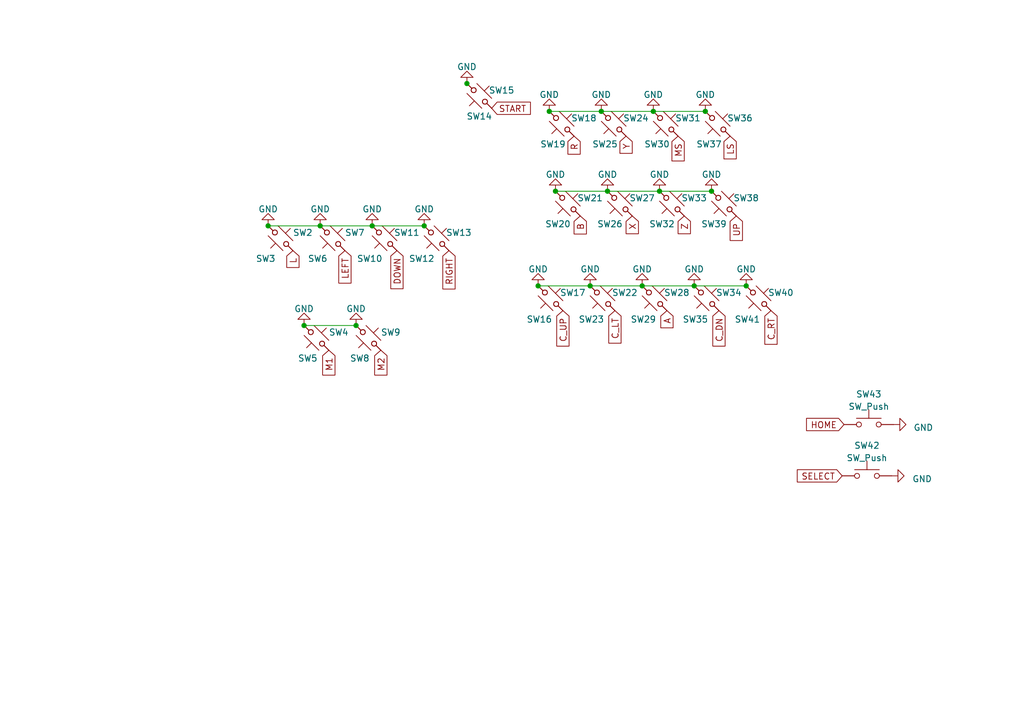
<source format=kicad_sch>
(kicad_sch (version 20230121) (generator eeschema)
  (paper "A5")
  (lib_symbols
    (symbol "Switch:SW_Push" (pin_numbers hide) (pin_names (offset 1.016) hide)
      (property "Reference" "SW" (at 1.27 2.54 0))
      (property "Value" "SW_Push" (at 0 -1.524 0))
      (symbol "SW_Push_0_1"
        (circle (center -2.032 0) (radius 0.508))
        (polyline (pts (xy 0 1.27) (xy 0 3.048)))
        (polyline (pts (xy 2.54 1.27) (xy -2.54 1.27)))
        (circle (center 2.032 0) (radius 0.508))
        (pin passive line (at -5.08 0 0) (length 2.54) (name "1") (number "1"))
        (pin passive line (at 5.08 0 180) (length 2.54) (name "2") (number "2"))
      )
    )
    (symbol "marbastlib-mx:MX_SW_HS" (pin_numbers hide) (pin_names (offset 1.016) hide)
      (property "Reference" "SW" (at 3.048 1.016 0))
      (property "Value" "MX_SW_HS" (at 0 -3.81 0))
      (symbol "MX_SW_HS_0_1"
        (circle (center -1.1684 1.1684) (radius 0.508))
        (polyline (pts (xy -0.508 2.54) (xy 2.54 -0.508)))
        (polyline (pts (xy 1.016 1.016) (xy 2.032 2.032)))
        (polyline (pts (xy -2.54 2.54) (xy -1.524 1.524) (xy -1.524 1.524)))
        (polyline (pts (xy 1.524 -1.524) (xy 2.54 -2.54) (xy 2.54 -2.54) (xy 2.54 -2.54)))
        (circle (center 1.143 -1.1938) (radius 0.508))
        (pin passive line (at -2.54 2.54 0) (length 0) (name "1") (number "1"))
        (pin passive line (at 2.54 -2.54 180) (length 0) (name "2") (number "2"))
      )
    )
    (symbol "marbastlib-mx:MX_SW_solder" (pin_numbers hide) (pin_names (offset 1.016) hide)
      (property "Reference" "SW" (at 3.048 1.016 0))
      (property "Value" "MX_SW_solder" (at 0 -3.81 0))
      (symbol "MX_SW_solder_0_1"
        (circle (center -1.1684 1.1684) (radius 0.508))
        (polyline (pts (xy -0.508 2.54) (xy 2.54 -0.508)))
        (polyline (pts (xy 1.016 1.016) (xy 2.032 2.032)))
        (polyline (pts (xy -2.54 2.54) (xy -1.524 1.524) (xy -1.524 1.524)))
        (polyline (pts (xy 1.524 -1.524) (xy 2.54 -2.54) (xy 2.54 -2.54) (xy 2.54 -2.54)))
        (circle (center 1.143 -1.1938) (radius 0.508))
        (pin passive line (at -2.54 2.54 0) (length 0) (name "1") (number "1"))
        (pin passive line (at 2.54 -2.54 180) (length 0) (name "2") (number "2"))
      )
    )
    (symbol "power:GND" (power) (pin_names (offset 0))
      (property "Value" "GND" (at 0 -3.81 0))
      (symbol "GND_0_1"
        (polyline (pts (xy 0 0) (xy 0 -1.27) (xy 1.27 -1.27) (xy 0 -2.54) (xy -1.27 -1.27) (xy 0 -1.27)))
      )
      (symbol "GND_1_1"
        (pin power_in line (at 0 0 270) (length 0) hide (name "GND") (number "1"))
      )
    )
  )
  (junction (at 62.357 66.802))
  (junction (at 86.995 46.355))
  (junction (at 142.367 58.674))
  (junction (at 123.317 22.86))
  (junction (at 76.327 46.355))
  (junction (at 54.991 46.355))
  (junction (at 135.255 39.243))
  (junction (at 144.653 22.86))
  (junction (at 95.758 17.145))
  (junction (at 113.919 39.243))
  (junction (at 73.025 66.802))
  (junction (at 124.587 39.243))
  (junction (at 110.363 58.674))
  (junction (at 112.649 22.86))
  (junction (at 145.923 39.243))
  (junction (at 121.031 58.674))
  (junction (at 133.985 22.86))
  (junction (at 131.699 58.674))
  (junction (at 153.035 58.674))
  (junction (at 65.659 46.355))
  (wire (pts (xy 124.587 39.243) (xy 135.255 39.243)))
  (wire (pts (xy 54.991 46.355) (xy 65.659 46.355)))
  (wire (pts (xy 65.659 46.355) (xy 76.327 46.355)))
  (wire (pts (xy 112.649 22.86) (xy 123.317 22.86)))
  (wire (pts (xy 113.919 39.243) (xy 124.587 39.243)))
  (wire (pts (xy 123.317 22.86) (xy 133.985 22.86)))
  (wire (pts (xy 142.367 58.674) (xy 153.035 58.674)))
  (wire (pts (xy 135.255 39.243) (xy 145.923 39.243)))
  (wire (pts (xy 131.699 58.674) (xy 142.367 58.674)))
  (wire (pts (xy 121.031 58.674) (xy 131.699 58.674)))
  (wire (pts (xy 62.357 66.802) (xy 73.025 66.802)))
  (wire (pts (xy 110.363 58.674) (xy 121.031 58.674)))
  (wire (pts (xy 133.985 22.86) (xy 144.653 22.86)))
  (wire (pts (xy 76.327 46.355) (xy 86.995 46.355)))
  (global_label "HOME" (shape input) (at 173.101 87.122 180) (property "Intersheetrefs" "${INTERSHEET_REFS}" (effects hide)))
  (global_label "UP" (shape input) (at 151.003 44.323 270) (property "Intersheetrefs" "${INTERSHEET_REFS}" (effects hide)))
  (global_label "START" (shape input) (at 100.838 22.225 0) (property "Intersheetrefs" "${INTERSHEET_REFS}" (effects hide)))
  (global_label "C_LT" (shape input) (at 126.111 63.754 270) (property "Intersheetrefs" "${INTERSHEET_REFS}" (effects hide)))
  (global_label "M2" (shape input) (at 78.105 71.882 270) (property "Intersheetrefs" "${INTERSHEET_REFS}" (effects hide)))
  (global_label "C_RT" (shape input) (at 158.115 63.754 270) (property "Intersheetrefs" "${INTERSHEET_REFS}" (effects hide)))
  (global_label "R" (shape input) (at 117.729 27.94 270) (property "Intersheetrefs" "${INTERSHEET_REFS}" (effects hide)))
  (global_label "LS" (shape input) (at 149.733 27.94 270) (property "Intersheetrefs" "${INTERSHEET_REFS}" (effects hide)))
  (global_label "C_UP" (shape input) (at 115.443 63.754 270) (property "Intersheetrefs" "${INTERSHEET_REFS}" (effects hide)))
  (global_label "DOWN" (shape input) (at 81.407 51.435 270) (property "Intersheetrefs" "${INTERSHEET_REFS}" (effects hide)))
  (global_label "M1" (shape input) (at 67.437 71.882 270) (property "Intersheetrefs" "${INTERSHEET_REFS}" (effects hide)))
  (global_label "LEFT" (shape input) (at 70.739 51.435 270) (property "Intersheetrefs" "${INTERSHEET_REFS}" (effects hide)))
  (global_label "B" (shape input) (at 118.999 44.323 270) (property "Intersheetrefs" "${INTERSHEET_REFS}" (effects hide)))
  (global_label "X" (shape input) (at 129.667 44.323 270) (property "Intersheetrefs" "${INTERSHEET_REFS}" (effects hide)))
  (global_label "L" (shape input) (at 60.071 51.435 270) (property "Intersheetrefs" "${INTERSHEET_REFS}" (effects hide)))
  (global_label "A" (shape input) (at 136.779 63.754 270) (property "Intersheetrefs" "${INTERSHEET_REFS}" (effects hide)))
  (global_label "Z" (shape input) (at 140.335 44.323 270) (property "Intersheetrefs" "${INTERSHEET_REFS}" (effects hide)))
  (global_label "Y" (shape input) (at 128.397 27.94 270) (property "Intersheetrefs" "${INTERSHEET_REFS}" (effects hide)))
  (global_label "RIGHT" (shape input) (at 92.075 51.435 270) (property "Intersheetrefs" "${INTERSHEET_REFS}" (effects hide)))
  (global_label "MS" (shape input) (at 139.065 27.94 270) (property "Intersheetrefs" "${INTERSHEET_REFS}" (effects hide)))
  (global_label "SELECT" (shape input) (at 172.72 97.663 180) (property "Intersheetrefs" "${INTERSHEET_REFS}" (effects hide)))
  (global_label "C_DN" (shape input) (at 147.447 63.754 270) (property "Intersheetrefs" "${INTERSHEET_REFS}" (effects hide)))
  (symbol (lib_id "marbastlib-mx:MX_SW_solder") (at 112.903 61.214 180) (unit 1)
    (property "Reference" "SW16" (at 110.617 65.532 0))
    (property "Value" "MX_SW_solder" (effects hide))
    (property "Footprint" "marbastlib-mx:SW_MX_1u" (effects hide))
  )
  (symbol (lib_id "marbastlib-mx:MX_SW_HS") (at 125.857 25.4 0) (unit 1)
    (property "Reference" "SW24" (at 130.429 24.257 0))
    (property "Value" "MX_SW_HS" (effects hide))
    (property "Footprint" "marbastlib-mx:SW_MX_HS_1u" (effects hide))
  )
  (symbol (lib_id "marbastlib-mx:MX_SW_HS") (at 147.193 25.4 0) (unit 1)
    (property "Reference" "SW36" (at 151.765 24.257 0))
    (property "Value" "MX_SW_HS" (effects hide))
    (property "Footprint" "marbastlib-mx:SW_MX_HS_1u" (effects hide))
  )
  (symbol (lib_id "marbastlib-mx:MX_SW_HS") (at 148.463 41.783 0) (unit 1)
    (property "Reference" "SW38" (at 153.035 40.64 0))
    (property "Value" "MX_SW_HS" (effects hide))
    (property "Footprint" "marbastlib-mx:SW_MX_HS_1u" (effects hide))
  )
  (symbol (lib_id "marbastlib-mx:MX_SW_HS") (at 112.903 61.214 0) (unit 1)
    (property "Reference" "SW17" (at 117.475 60.071 0))
    (property "Value" "MX_SW_HS" (effects hide))
    (property "Footprint" "marbastlib-mx:SW_MX_HS_1u" (effects hide))
  )
  (symbol (lib_id "power:GND") (at 95.758 17.145 180) (unit 1)
    (property "Reference" "#PWR037" (effects hide))
    (property "Value" "GND" (at 95.758 13.716 0))
  )
  (symbol (lib_id "marbastlib-mx:MX_SW_HS") (at 134.239 61.214 0) (unit 1)
    (property "Reference" "SW28" (at 138.811 60.071 0))
    (property "Value" "MX_SW_HS" (effects hide))
    (property "Footprint" "marbastlib-mx:SW_MX_HS_1u" (effects hide))
  )
  (symbol (lib_id "power:GND") (at 112.649 22.86 180) (unit 1)
    (property "Reference" "#PWR039" (effects hide))
    (property "Value" "GND" (at 112.649 19.431 0))
  )
  (symbol (lib_id "power:GND") (at 113.919 39.243 180) (unit 1)
    (property "Reference" "#PWR040" (effects hide))
    (property "Value" "GND" (at 113.919 35.814 0))
  )
  (symbol (lib_id "power:GND") (at 144.653 22.86 180) (unit 1)
    (property "Reference" "#PWR048" (effects hide))
    (property "Value" "GND" (at 144.653 19.431 0))
  )
  (symbol (lib_id "power:GND") (at 153.035 58.674 180) (unit 1)
    (property "Reference" "#PWR050" (effects hide))
    (property "Value" "GND" (at 153.035 55.245 0))
  )
  (symbol (lib_id "marbastlib-mx:MX_SW_HS") (at 115.189 25.4 0) (unit 1)
    (property "Reference" "SW18" (at 119.761 24.257 0))
    (property "Value" "MX_SW_HS" (effects hide))
    (property "Footprint" "marbastlib-mx:SW_MX_HS_1u" (effects hide))
  )
  (symbol (lib_id "marbastlib-mx:MX_SW_HS") (at 57.531 48.895 0) (unit 1)
    (property "Reference" "SW2" (at 62.103 47.752 0))
    (property "Value" "MX_SW_HS" (effects hide))
    (property "Footprint" "marbastlib-mx:SW_MX_HS_1u" (effects hide))
  )
  (symbol (lib_id "power:GND") (at 86.995 46.355 180) (unit 1)
    (property "Reference" "#PWR036" (effects hide))
    (property "Value" "GND" (at 86.995 42.926 0))
  )
  (symbol (lib_id "marbastlib-mx:MX_SW_solder") (at 127.127 41.783 180) (unit 1)
    (property "Reference" "SW26" (at 125.095 45.974 0))
    (property "Value" "MX_SW_solder" (effects hide))
    (property "Footprint" "marbastlib-mx:SW_MX_1u" (effects hide))
  )
  (symbol (lib_id "power:GND") (at 76.327 46.355 180) (unit 1)
    (property "Reference" "#PWR035" (effects hide))
    (property "Value" "GND" (at 76.327 42.926 0))
  )
  (symbol (lib_id "Switch:SW_Push") (at 178.181 87.122 0) (mirror y) (unit 1)
    (property "Reference" "SW43" (at 178.181 80.899 0))
    (property "Value" "SW_Push" (at 178.181 83.439 0))
    (property "Footprint" "Button_Switch_THT:SW_PUSH_6mm" (effects hide))
  )
  (symbol (lib_id "marbastlib-mx:MX_SW_solder") (at 137.795 41.783 180) (unit 1)
    (property "Reference" "SW32" (at 135.763 45.974 0))
    (property "Value" "MX_SW_solder" (effects hide))
    (property "Footprint" "marbastlib-mx:SW_MX_1u" (effects hide))
  )
  (symbol (lib_id "marbastlib-mx:MX_SW_solder") (at 115.189 25.4 180) (unit 1)
    (property "Reference" "SW19" (at 113.411 29.591 0))
    (property "Value" "MX_SW_solder" (effects hide))
    (property "Footprint" "marbastlib-mx:SW_MX_1u" (effects hide))
  )
  (symbol (lib_id "power:GND") (at 145.923 39.243 180) (unit 1)
    (property "Reference" "#PWR049" (effects hide))
    (property "Value" "GND" (at 145.923 35.814 0))
  )
  (symbol (lib_id "marbastlib-mx:MX_SW_solder") (at 78.867 48.895 180) (unit 1)
    (property "Reference" "SW10" (at 75.819 53.086 0))
    (property "Value" "MX_SW_solder" (effects hide))
    (property "Footprint" "marbastlib-mx:SW_MX_1u" (effects hide))
  )
  (symbol (lib_id "power:GND") (at 133.985 22.86 180) (unit 1)
    (property "Reference" "#PWR045" (effects hide))
    (property "Value" "GND" (at 133.985 19.431 0))
  )
  (symbol (lib_id "marbastlib-mx:MX_SW_HS") (at 64.897 69.342 0) (unit 1)
    (property "Reference" "SW4" (at 69.469 68.199 0))
    (property "Value" "MX_SW_HS" (effects hide))
    (property "Footprint" "marbastlib-mx:SW_MX_HS_1u" (effects hide))
  )
  (symbol (lib_id "marbastlib-mx:MX_SW_solder") (at 98.298 19.685 180) (unit 1)
    (property "Reference" "SW14" (at 98.298 23.876 0))
    (property "Value" "MX_SW_solder" (effects hide))
    (property "Footprint" "marbastlib-mx:SW_MX_1u" (effects hide))
  )
  (symbol (lib_id "marbastlib-mx:MX_SW_solder") (at 148.463 41.783 180) (unit 1)
    (property "Reference" "SW39" (at 146.431 45.974 0))
    (property "Value" "MX_SW_solder" (effects hide))
    (property "Footprint" "marbastlib-mx:SW_MX_1u" (effects hide))
  )
  (symbol (lib_id "power:GND") (at 73.025 66.802 180) (unit 1)
    (property "Reference" "#PWR034" (effects hide))
    (property "Value" "GND" (at 73.025 63.373 0))
  )
  (symbol (lib_id "power:GND") (at 142.367 58.674 180) (unit 1)
    (property "Reference" "#PWR047" (effects hide))
    (property "Value" "GND" (at 142.367 55.245 0))
  )
  (symbol (lib_id "power:GND") (at 182.88 97.663 90) (unit 1)
    (property "Reference" "#PWR051" (effects hide))
    (property "Value" "GND" (at 187.071 98.298 90) (effects (justify right)))
  )
  (symbol (lib_id "power:GND") (at 123.317 22.86 180) (unit 1)
    (property "Reference" "#PWR042" (effects hide))
    (property "Value" "GND" (at 123.317 19.431 0))
  )
  (symbol (lib_id "marbastlib-mx:MX_SW_HS") (at 144.907 61.214 0) (unit 1)
    (property "Reference" "SW34" (at 149.479 60.071 0))
    (property "Value" "MX_SW_HS" (effects hide))
    (property "Footprint" "marbastlib-mx:SW_MX_HS_1u" (effects hide))
  )
  (symbol (lib_id "power:GND") (at 110.363 58.674 180) (unit 1)
    (property "Reference" "#PWR038" (effects hide))
    (property "Value" "GND" (at 110.363 55.245 0))
  )
  (symbol (lib_id "marbastlib-mx:MX_SW_HS") (at 155.575 61.214 0) (unit 1)
    (property "Reference" "SW40" (at 160.147 60.071 0))
    (property "Value" "MX_SW_HS" (effects hide))
    (property "Footprint" "marbastlib-mx:SW_MX_HS_1u" (effects hide))
  )
  (symbol (lib_id "marbastlib-mx:MX_SW_solder") (at 68.199 48.895 180) (unit 1)
    (property "Reference" "SW6" (at 65.151 53.086 0))
    (property "Value" "MX_SW_solder" (effects hide))
    (property "Footprint" "marbastlib-mx:SW_MX_1u" (effects hide))
  )
  (symbol (lib_id "marbastlib-mx:MX_SW_solder") (at 134.239 61.214 180) (unit 1)
    (property "Reference" "SW29" (at 131.953 65.532 0))
    (property "Value" "MX_SW_solder" (effects hide))
    (property "Footprint" "marbastlib-mx:SW_MX_1u" (effects hide))
  )
  (symbol (lib_id "marbastlib-mx:MX_SW_HS") (at 127.127 41.783 0) (unit 1)
    (property "Reference" "SW27" (at 131.699 40.64 0))
    (property "Value" "MX_SW_HS" (effects hide))
    (property "Footprint" "marbastlib-mx:SW_MX_HS_1u" (effects hide))
  )
  (symbol (lib_id "marbastlib-mx:MX_SW_HS") (at 68.199 48.895 0) (unit 1)
    (property "Reference" "SW7" (at 72.771 47.752 0))
    (property "Value" "MX_SW_HS" (effects hide))
    (property "Footprint" "marbastlib-mx:SW_MX_HS_1u" (effects hide))
  )
  (symbol (lib_id "marbastlib-mx:MX_SW_solder") (at 116.459 41.783 180) (unit 1)
    (property "Reference" "SW20" (at 114.427 45.974 0))
    (property "Value" "MX_SW_solder" (effects hide))
    (property "Footprint" "marbastlib-mx:SW_MX_1u" (effects hide))
  )
  (symbol (lib_id "power:GND") (at 65.659 46.355 180) (unit 1)
    (property "Reference" "#PWR033" (effects hide))
    (property "Value" "GND" (at 65.659 42.926 0))
  )
  (symbol (lib_id "marbastlib-mx:MX_SW_solder") (at 89.535 48.895 180) (unit 1)
    (property "Reference" "SW12" (at 86.487 53.086 0))
    (property "Value" "MX_SW_solder" (effects hide))
    (property "Footprint" "marbastlib-mx:SW_MX_1u" (effects hide))
  )
  (symbol (lib_id "power:GND") (at 135.255 39.243 180) (unit 1)
    (property "Reference" "#PWR046" (effects hide))
    (property "Value" "GND" (at 135.255 35.814 0))
  )
  (symbol (lib_id "marbastlib-mx:MX_SW_HS") (at 98.298 19.685 0) (unit 1)
    (property "Reference" "SW15" (at 102.87 18.542 0))
    (property "Value" "MX_SW_HS" (effects hide))
    (property "Footprint" "marbastlib-mx:SW_MX_HS_1u" (effects hide))
  )
  (symbol (lib_id "marbastlib-mx:MX_SW_solder") (at 64.897 69.342 180) (unit 1)
    (property "Reference" "SW5" (at 63.119 73.533 0))
    (property "Value" "MX_SW_solder" (effects hide))
    (property "Footprint" "marbastlib-mx:SW_MX_1u" (effects hide))
  )
  (symbol (lib_id "power:GND") (at 124.587 39.243 180) (unit 1)
    (property "Reference" "#PWR043" (effects hide))
    (property "Value" "GND" (at 124.587 35.814 0))
  )
  (symbol (lib_id "marbastlib-mx:MX_SW_solder") (at 147.193 25.4 180) (unit 1)
    (property "Reference" "SW37" (at 145.415 29.591 0))
    (property "Value" "MX_SW_solder" (effects hide))
    (property "Footprint" "marbastlib-mx:SW_MX_1u" (effects hide))
  )
  (symbol (lib_id "marbastlib-mx:MX_SW_solder") (at 75.565 69.342 180) (unit 1)
    (property "Reference" "SW8" (at 73.787 73.533 0))
    (property "Value" "MX_SW_solder" (effects hide))
    (property "Footprint" "marbastlib-mx:SW_MX_1u" (effects hide))
  )
  (symbol (lib_id "power:GND") (at 131.699 58.674 180) (unit 1)
    (property "Reference" "#PWR044" (effects hide))
    (property "Value" "GND" (at 131.699 55.245 0))
  )
  (symbol (lib_id "marbastlib-mx:MX_SW_solder") (at 57.531 48.895 180) (unit 1)
    (property "Reference" "SW3" (at 54.483 53.086 0))
    (property "Value" "MX_SW_solder" (effects hide))
    (property "Footprint" "marbastlib-mx:SW_MX_1u" (effects hide))
  )
  (symbol (lib_id "power:GND") (at 54.991 46.355 180) (unit 1)
    (property "Reference" "#PWR031" (effects hide))
    (property "Value" "GND" (at 54.991 42.926 0))
  )
  (symbol (lib_id "marbastlib-mx:MX_SW_HS") (at 78.867 48.895 0) (unit 1)
    (property "Reference" "SW11" (at 83.439 47.752 0))
    (property "Value" "MX_SW_HS" (effects hide))
    (property "Footprint" "marbastlib-mx:SW_MX_HS_1u" (effects hide))
  )
  (symbol (lib_id "marbastlib-mx:MX_SW_HS") (at 137.795 41.783 0) (unit 1)
    (property "Reference" "SW33" (at 142.367 40.64 0))
    (property "Value" "MX_SW_HS" (effects hide))
    (property "Footprint" "marbastlib-mx:SW_MX_HS_1u" (effects hide))
  )
  (symbol (lib_id "marbastlib-mx:MX_SW_HS") (at 123.571 61.214 0) (unit 1)
    (property "Reference" "SW22" (at 128.143 60.071 0))
    (property "Value" "MX_SW_HS" (effects hide))
    (property "Footprint" "marbastlib-mx:SW_MX_HS_1u" (effects hide))
  )
  (symbol (lib_id "marbastlib-mx:MX_SW_solder") (at 136.525 25.4 180) (unit 1)
    (property "Reference" "SW30" (at 134.747 29.591 0))
    (property "Value" "MX_SW_solder" (effects hide))
    (property "Footprint" "marbastlib-mx:SW_MX_1u" (effects hide))
  )
  (symbol (lib_id "Switch:SW_Push") (at 177.8 97.663 0) (mirror y) (unit 1)
    (property "Reference" "SW42" (at 177.8 91.44 0))
    (property "Value" "SW_Push" (at 177.8 93.98 0))
    (property "Footprint" "Button_Switch_THT:SW_PUSH_6mm" (effects hide))
  )
  (symbol (lib_id "marbastlib-mx:MX_SW_solder") (at 144.907 61.214 180) (unit 1)
    (property "Reference" "SW35" (at 142.621 65.532 0))
    (property "Value" "MX_SW_solder" (effects hide))
    (property "Footprint" "marbastlib-mx:SW_MX_1u" (effects hide))
  )
  (symbol (lib_id "marbastlib-mx:MX_SW_HS") (at 89.535 48.895 0) (unit 1)
    (property "Reference" "SW13" (at 94.107 47.752 0))
    (property "Value" "MX_SW_HS" (effects hide))
    (property "Footprint" "marbastlib-mx:SW_MX_HS_1u" (effects hide))
  )
  (symbol (lib_id "marbastlib-mx:MX_SW_solder") (at 125.857 25.4 180) (unit 1)
    (property "Reference" "SW25" (at 124.079 29.591 0))
    (property "Value" "MX_SW_solder" (effects hide))
    (property "Footprint" "marbastlib-mx:SW_MX_1u" (effects hide))
  )
  (symbol (lib_id "marbastlib-mx:MX_SW_solder") (at 155.575 61.214 180) (unit 1)
    (property "Reference" "SW41" (at 153.289 65.532 0))
    (property "Value" "MX_SW_solder" (effects hide))
    (property "Footprint" "marbastlib-mx:SW_MX_1u" (effects hide))
  )
  (symbol (lib_id "power:GND") (at 183.261 87.122 90) (unit 1)
    (property "Reference" "#PWR052" (effects hide))
    (property "Value" "GND" (at 187.3274 87.757 90) (effects (justify right)))
  )
  (symbol (lib_id "power:GND") (at 62.357 66.802 180) (unit 1)
    (property "Reference" "#PWR032" (effects hide))
    (property "Value" "GND" (at 62.357 63.373 0))
  )
  (symbol (lib_id "marbastlib-mx:MX_SW_HS") (at 136.525 25.4 0) (unit 1)
    (property "Reference" "SW31" (at 141.097 24.257 0))
    (property "Value" "MX_SW_HS" (effects hide))
    (property "Footprint" "marbastlib-mx:SW_MX_HS_1u" (effects hide))
  )
  (symbol (lib_id "marbastlib-mx:MX_SW_solder") (at 123.571 61.214 180) (unit 1)
    (property "Reference" "SW23" (at 121.285 65.532 0))
    (property "Value" "MX_SW_solder" (effects hide))
    (property "Footprint" "marbastlib-mx:SW_MX_1u" (effects hide))
  )
  (symbol (lib_id "marbastlib-mx:MX_SW_HS") (at 75.565 69.342 0) (unit 1)
    (property "Reference" "SW9" (at 80.137 68.199 0))
    (property "Value" "MX_SW_HS" (effects hide))
    (property "Footprint" "marbastlib-mx:SW_MX_HS_1u" (effects hide))
  )
  (symbol (lib_id "power:GND") (at 121.031 58.674 180) (unit 1)
    (property "Reference" "#PWR041" (effects hide))
    (property "Value" "GND" (at 121.031 55.245 0))
  )
  (symbol (lib_id "marbastlib-mx:MX_SW_HS") (at 116.459 41.783 0) (unit 1)
    (property "Reference" "SW21" (at 121.031 40.64 0))
    (property "Value" "MX_SW_HS" (effects hide))
    (property "Footprint" "marbastlib-mx:SW_MX_HS_1u" (effects hide))
  )
)
</source>
